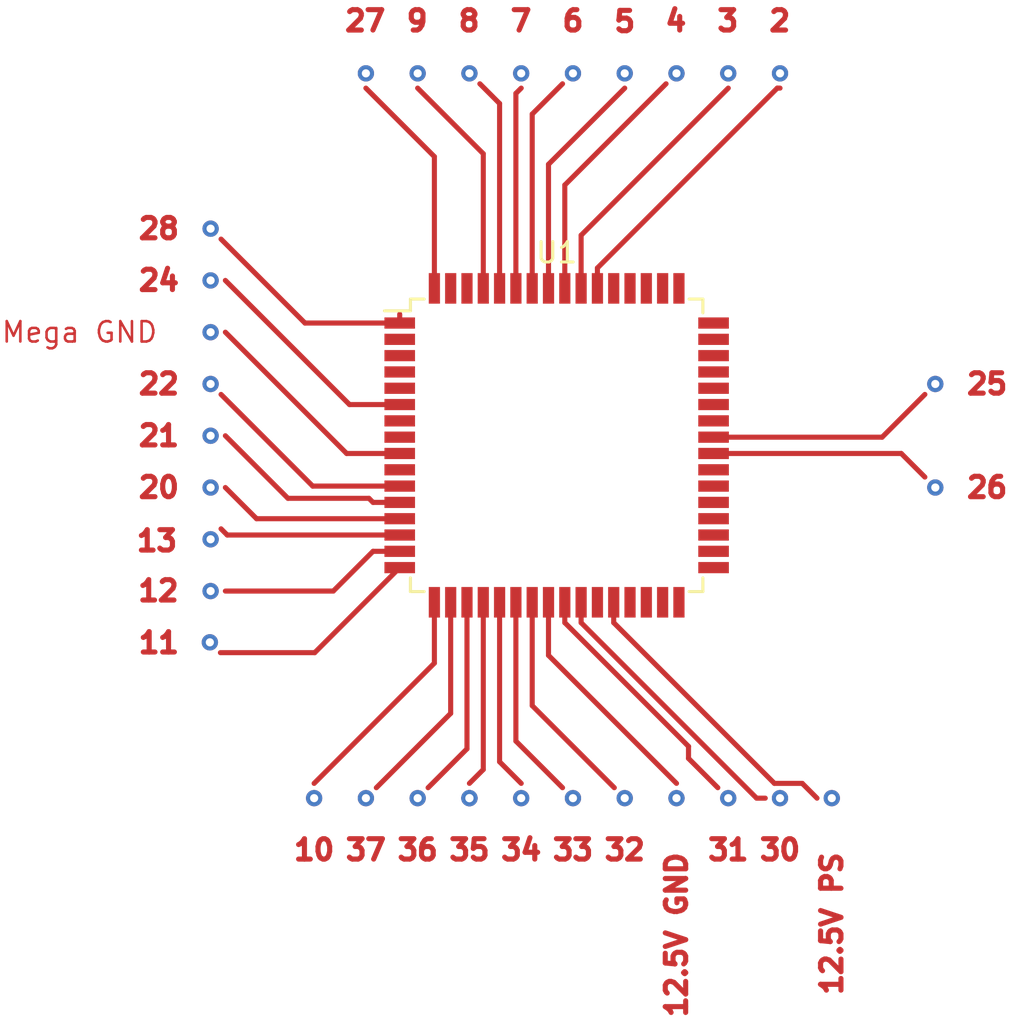
<source format=kicad_pcb>
(kicad_pcb (version 20211014) (generator pcbnew)
  (layers (0 "F.Cu" signal) (31 "B.Cu" signal) (34 "B.Paste" user) (35 "F.Paste" user) (36 "B.SilkS" user "B.Silkscreen") (37 "F.SilkS" user "F.Silkscreen") (38 "B.Mask" user) (39 "F.Mask" user) (44 "Edge.Cuts" user))
  (net 0 "")
  (net 1 "unconnected-(U1-Pad1)")
  (net 6 "unconnected-(U1-Pad6)")
  (net 9 "unconnected-(U1-Pad9)")
  (net 11 "unconnected-(U1-Pad11)")
  (net 12 "unconnected-(U1-Pad12)")
  (net 13 "unconnected-(U1-Pad13)")
  (net 14 "unconnected-(U1-Pad14)")
  (net 15 "unconnected-(U1-Pad15)")
  (net 16 "unconnected-(U1-Pad16)")
  (net 17 "unconnected-(U1-Pad17)")
  (net 18 "unconnected-(U1-Pad18)")
  (net 19 "unconnected-(U1-Pad19)")
  (net 20 "unconnected-(U1-Pad20)")
  (net 21 "unconnected-(U1-Pad21)")
  (net 22 "unconnected-(U1-Pad22)")
  (net 23 "unconnected-(U1-Pad23)")
  (net 24 "unconnected-(U1-Pad24)")
  (net 25 "unconnected-(U1-Pad25)")
  (net 26 "unconnected-(U1-Pad26)")
  (net 28 "unconnected-(U1-Pad28)")
  (net 40 "unconnected-(U1-Pad40)")
  (net 41 "unconnected-(U1-Pad41)")
  (net 54 "unconnected-(U1-Pad54)")
  (net 55 "unconnected-(U1-Pad55)")
  (net 56 "unconnected-(U1-Pad56)")
  (net 57 "unconnected-(U1-Pad57)")
  (net 58 "unconnected-(U1-Pad58)")
  (net 59 "unconnected-(U1-Pad59)")
  (net 60 "unconnected-(U1-Pad60)")
  (net 61 "unconnected-(U1-Pad61)")
  (net 64 "unconnected-(U1-Pad64)")
  (footprint "Package_QFP:TQFP-64_14x14mm_P0.8mm" (layer "F.Cu") (at 227.8 173.19)
    (fp_text reference "U1" (at 0 -9.45) (layer "F.SilkS"))
    (fp_text value "upd78214-64p-qfp")
    (fp_line (start -7.175 7.175) (end -6.5 7.175) (layer "F.SilkS") (width 0.15))
    (fp_line (start 7.175 -7.175) (end 6.5 -7.175) (layer "F.SilkS") (width 0.15))
    (fp_line (start -7.175 -7.175) (end -7.175 -6.6) (layer "F.SilkS") (width 0.15))
    (fp_line (start 7.175 7.175) (end 6.5 7.175) (layer "F.SilkS") (width 0.15))
    (fp_line (start 7.175 -7.175) (end 7.175 -6.5) (layer "F.SilkS") (width 0.15))
    (fp_line (start -7.175 7.175) (end -7.175 6.5) (layer "F.SilkS") (width 0.15))
    (fp_line (start 7.175 7.175) (end 7.175 6.5) (layer "F.SilkS") (width 0.15))
    (fp_line (start -7.175 -7.175) (end -6.5 -7.175) (layer "F.SilkS") (width 0.15))
    (fp_line (start -7.175 -6.6) (end -8.45 -6.6) (layer "F.SilkS") (width 0.15))
    (pad "1" smd rect (at -7.7 -6) (size 1.5 0.55) (layers "F.Cu" "F.Paste" "F.Mask") (net 1 "unconnected-(U1-Pad1)"))
    (pad "2" smd rect (at -7.7 -5.2) (size 1.5 0.55) (layers "F.Cu" "F.Paste" "F.Mask"))
    (pad "3" smd rect (at -7.7 -4.4) (size 1.5 0.55) (layers "F.Cu" "F.Paste" "F.Mask"))
    (pad "4" smd rect (at -7.7 -3.6) (size 1.5 0.55) (layers "F.Cu" "F.Paste" "F.Mask"))
    (pad "5" smd rect (at -7.7 -2.8) (size 1.5 0.55) (layers "F.Cu" "F.Paste" "F.Mask"))
    (pad "6" smd rect (at -7.7 -2) (size 1.5 0.55) (layers "F.Cu" "F.Paste" "F.Mask") (net 6 "unconnected-(U1-Pad6)"))
    (pad "7" smd rect (at -7.7 -1.2) (size 1.5 0.55) (layers "F.Cu" "F.Paste" "F.Mask"))
    (pad "8" smd rect (at -7.7 -0.4) (size 1.5 0.55) (layers "F.Cu" "F.Paste" "F.Mask"))
    (pad "9" smd rect (at -7.7 0.4) (size 1.5 0.55) (layers "F.Cu" "F.Paste" "F.Mask") (net 9 "unconnected-(U1-Pad9)"))
    (pad "10" smd rect (at -7.7 1.2) (size 1.5 0.55) (layers "F.Cu" "F.Paste" "F.Mask"))
    (pad "11" smd rect (at -7.7 2) (size 1.5 0.55) (layers "F.Cu" "F.Paste" "F.Mask") (net 11 "unconnected-(U1-Pad11)"))
    (pad "12" smd rect (at -7.7 2.8) (size 1.5 0.55) (layers "F.Cu" "F.Paste" "F.Mask") (net 12 "unconnected-(U1-Pad12)"))
    (pad "13" smd rect (at -7.7 3.6) (size 1.5 0.55) (layers "F.Cu" "F.Paste" "F.Mask") (net 13 "unconnected-(U1-Pad13)"))
    (pad "14" smd rect (at -7.7 4.4) (size 1.5 0.55) (layers "F.Cu" "F.Paste" "F.Mask") (net 14 "unconnected-(U1-Pad14)"))
    (pad "15" smd rect (at -7.7 5.2) (size 1.5 0.55) (layers "F.Cu" "F.Paste" "F.Mask") (net 15 "unconnected-(U1-Pad15)"))
    (pad "16" smd rect (at -7.7 6) (size 1.5 0.55) (layers "F.Cu" "F.Paste" "F.Mask") (net 16 "unconnected-(U1-Pad16)"))
    (pad "17" smd rect (at -6 7.7 90) (size 1.5 0.55) (layers "F.Cu" "F.Paste" "F.Mask") (net 17 "unconnected-(U1-Pad17)"))
    (pad "18" smd rect (at -5.2 7.7 90) (size 1.5 0.55) (layers "F.Cu" "F.Paste" "F.Mask") (net 18 "unconnected-(U1-Pad18)"))
    (pad "19" smd rect (at -4.4 7.7 90) (size 1.5 0.55) (layers "F.Cu" "F.Paste" "F.Mask") (net 19 "unconnected-(U1-Pad19)"))
    (pad "20" smd rect (at -3.6 7.7 90) (size 1.5 0.55) (layers "F.Cu" "F.Paste" "F.Mask") (net 20 "unconnected-(U1-Pad20)"))
    (pad "21" smd rect (at -2.8 7.7 90) (size 1.5 0.55) (layers "F.Cu" "F.Paste" "F.Mask") (net 21 "unconnected-(U1-Pad21)"))
    (pad "22" smd rect (at -2 7.7 90) (size 1.5 0.55) (layers "F.Cu" "F.Paste" "F.Mask") (net 22 "unconnected-(U1-Pad22)"))
    (pad "23" smd rect (at -1.2 7.7 90) (size 1.5 0.55) (layers "F.Cu" "F.Paste" "F.Mask") (net 23 "unconnected-(U1-Pad23)"))
    (pad "24" smd rect (at -0.4 7.7 90) (size 1.5 0.55) (layers "F.Cu" "F.Paste" "F.Mask") (net 24 "unconnected-(U1-Pad24)"))
    (pad "25" smd rect (at 0.4 7.7 90) (size 1.5 0.55) (layers "F.Cu" "F.Paste" "F.Mask") (net 25 "unconnected-(U1-Pad25)"))
    (pad "26" smd rect (at 1.2 7.7 90) (size 1.5 0.55) (layers "F.Cu" "F.Paste" "F.Mask") (net 26 "unconnected-(U1-Pad26)"))
    (pad "27" smd rect (at 2 7.7 90) (size 1.5 0.55) (layers "F.Cu" "F.Paste" "F.Mask"))
    (pad "28" smd rect (at 2.8 7.7 90) (size 1.5 0.55) (layers "F.Cu" "F.Paste" "F.Mask") (net 28 "unconnected-(U1-Pad28)"))
    (pad "29" smd rect (at 3.6 7.7 90) (size 1.5 0.55) (layers "F.Cu" "F.Paste" "F.Mask"))
    (pad "30" smd rect (at 4.4 7.7 90) (size 1.5 0.55) (layers "F.Cu" "F.Paste" "F.Mask"))
    (pad "31" smd rect (at 5.2 7.7 90) (size 1.5 0.55) (layers "F.Cu" "F.Paste" "F.Mask"))
    (pad "32" smd rect (at 6 7.7 90) (size 1.5 0.55) (layers "F.Cu" "F.Paste" "F.Mask"))
    (pad "33" smd rect (at 7.7 6) (size 1.5 0.55) (layers "F.Cu" "F.Paste" "F.Mask"))
    (pad "34" smd rect (at 7.7 5.2) (size 1.5 0.55) (layers "F.Cu" "F.Paste" "F.Mask"))
    (pad "35" smd rect (at 7.7 4.4) (size 1.5 0.55) (layers "F.Cu" "F.Paste" "F.Mask"))
    (pad "36" smd rect (at 7.7 3.6) (size 1.5 0.55) (layers "F.Cu" "F.Paste" "F.Mask"))
    (pad "37" smd rect (at 7.7 2.8) (size 1.5 0.55) (layers "F.Cu" "F.Paste" "F.Mask"))
    (pad "38" smd rect (at 7.7 2) (size 1.5 0.55) (layers "F.Cu" "F.Paste" "F.Mask"))
    (pad "39" smd rect (at 7.7 1.2) (size 1.5 0.55) (layers "F.Cu" "F.Paste" "F.Mask"))
    (pad "40" smd rect (at 7.7 0.4) (size 1.5 0.55) (layers "F.Cu" "F.Paste" "F.Mask") (net 40 "unconnected-(U1-Pad40)"))
    (pad "41" smd rect (at 7.7 -0.4) (size 1.5 0.55) (layers "F.Cu" "F.Paste" "F.Mask") (net 41 "unconnected-(U1-Pad41)"))
    (pad "42" smd rect (at 7.7 -1.2) (size 1.5 0.55) (layers "F.Cu" "F.Paste" "F.Mask"))
    (pad "43" smd rect (at 7.7 -2) (size 1.5 0.55) (layers "F.Cu" "F.Paste" "F.Mask"))
    (pad "44" smd rect (at 7.7 -2.8) (size 1.5 0.55) (layers "F.Cu" "F.Paste" "F.Mask"))
    (pad "45" smd rect (at 7.7 -3.6) (size 1.5 0.55) (layers "F.Cu" "F.Paste" "F.Mask"))
    (pad "46" smd rect (at 7.7 -4.4) (size 1.5 0.55) (layers "F.Cu" "F.Paste" "F.Mask"))
    (pad "47" smd rect (at 7.7 -5.2) (size 1.5 0.55) (layers "F.Cu" "F.Paste" "F.Mask"))
    (pad "48" smd rect (at 7.7 -6) (size 1.5 0.55) (layers "F.Cu" "F.Paste" "F.Mask"))
    (pad "49" smd rect (at 6 -7.7 90) (size 1.5 0.55) (layers "F.Cu" "F.Paste" "F.Mask"))
    (pad "50" smd rect (at 5.2 -7.7 90) (size 1.5 0.55) (layers "F.Cu" "F.Paste" "F.Mask"))
    (pad "51" smd rect (at 4.4 -7.7 90) (size 1.5 0.55) (layers "F.Cu" "F.Paste" "F.Mask"))
    (pad "52" smd rect (at 3.6 -7.7 90) (size 1.5 0.55) (layers "F.Cu" "F.Paste" "F.Mask"))
    (pad "53" smd rect (at 2.8 -7.7 90) (size 1.5 0.55) (layers "F.Cu" "F.Paste" "F.Mask"))
    (pad "54" smd rect (at 2 -7.7 90) (size 1.5 0.55) (layers "F.Cu" "F.Paste" "F.Mask") (net 54 "unconnected-(U1-Pad54)"))
    (pad "55" smd rect (at 1.2 -7.7 90) (size 1.5 0.55) (layers "F.Cu" "F.Paste" "F.Mask") (net 55 "unconnected-(U1-Pad55)"))
    (pad "56" smd rect (at 0.4 -7.7 90) (size 1.5 0.55) (layers "F.Cu" "F.Paste" "F.Mask") (net 56 "unconnected-(U1-Pad56)"))
    (pad "57" smd rect (at -0.4 -7.7 90) (size 1.5 0.55) (layers "F.Cu" "F.Paste" "F.Mask") (net 57 "unconnected-(U1-Pad57)"))
    (pad "58" smd rect (at -1.2 -7.7 90) (size 1.5 0.55) (layers "F.Cu" "F.Paste" "F.Mask") (net 58 "unconnected-(U1-Pad58)"))
    (pad "59" smd rect (at -2 -7.7 90) (size 1.5 0.55) (layers "F.Cu" "F.Paste" "F.Mask") (net 59 "unconnected-(U1-Pad59)"))
    (pad "60" smd rect (at -2.8 -7.7 90) (size 1.5 0.55) (layers "F.Cu" "F.Paste" "F.Mask") (net 60 "unconnected-(U1-Pad60)"))
    (pad "61" smd rect (at -3.6 -7.7 90) (size 1.5 0.55) (layers "F.Cu" "F.Paste" "F.Mask") (net 61 "unconnected-(U1-Pad61)"))
    (pad "62" smd rect (at -4.4 -7.7 90) (size 1.5 0.55) (layers "F.Cu" "F.Paste" "F.Mask"))
    (pad "63" smd rect (at -5.2 -7.7 90) (size 1.5 0.55) (layers "F.Cu" "F.Paste" "F.Mask"))
    (pad "64" smd rect (at -6 -7.7 90) (size 1.5 0.55) (layers "F.Cu" "F.Paste" "F.Mask") (net 64 "unconnected-(U1-Pad64)"))
  )
  (gr_text "7" (at 226.051302 152.365208) (layer "F.Cu") (effects (font (size 1 1) (thickness 0.25))))
  (gr_text "33" (at 228.6 193.04) (layer "F.Cu") (effects (font (size 1 1) (thickness 0.25))))
  (gr_text "2" (at 238.744817 152.365208) (layer "F.Cu") (effects (font (size 1 1) (thickness 0.25))))
  (gr_text "27" (at 218.405208 152.365208) (layer "F.Cu") (effects (font (size 1 1) (thickness 0.25))))
  (gr_text "34" (at 226.06 193.04) (layer "F.Cu") (effects (font (size 1 1) (thickness 0.25))))
  (gr_text "4" (at 233.647421 152.365208) (layer "F.Cu") (effects (font (size 1 1) (thickness 0.25))))
  (gr_text "Mega GND" (at 208.28 167.64) (layer "F.Cu") (effects (font (size 1 1) (thickness 0.125)) (justify right)))
  (gr_text "28" (at 208.28 162.56) (layer "F.Cu") (effects (font (size 1 1) (thickness 0.25))))
  (gr_text "25" (at 248.92 170.18) (layer "F.Cu") (effects (font (size 1 1) (thickness 0.25))))
  (gr_text "12.5V GND" (at 233.68 193.04 90) (layer "F.Cu") (effects (font (size 1 1) (thickness 0.25)) (justify right)))
  (gr_text "5" (at 231.14 152.4) (layer "F.Cu") (effects (font (size 1 1) (thickness 0.25))))
  (gr_text "12" (at 208.258917 180.330073) (layer "F.Cu") (effects (font (size 1 1) (thickness 0.25))))
  (gr_text "37" (at 218.44 193.04) (layer "F.Cu") (effects (font (size 1 1) (thickness 0.25))))
  (gr_text "35" (at 223.52 193.04) (layer "F.Cu") (effects (font (size 1 1) (thickness 0.25))))
  (gr_text "6" (at 228.599999 152.365208) (layer "F.Cu") (effects (font (size 1 1) (thickness 0.25))))
  (gr_text "3" (at 236.196119 152.365208) (layer "F.Cu") (effects (font (size 1 1) (thickness 0.25))))
  (gr_text "20" (at 208.28 175.26) (layer "F.Cu") (effects (font (size 1 1) (thickness 0.25))))
  (gr_text "13" (at 208.185743 177.878751) (layer "F.Cu") (effects (font (size 1 1) (thickness 0.25))))
  (gr_text "30" (at 238.76 193.04) (layer "F.Cu") (effects (font (size 1 1) (thickness 0.25))))
  (gr_text "36" (at 220.98 193.04) (layer "F.Cu") (effects (font (size 1 1) (thickness 0.25))))
  (gr_text "12.5V PS" (at 241.3 193.04 90) (layer "F.Cu") (effects (font (size 1 1) (thickness 0.25)) (justify right)))
  (gr_text "21" (at 208.28 172.72) (layer "F.Cu") (effects (font (size 1 1) (thickness 0.25))))
  (gr_text "32" (at 231.14 193.04) (layer "F.Cu") (effects (font (size 1 1) (thickness 0.25))))
  (gr_text "8" (at 223.502604 152.365208) (layer "F.Cu") (effects (font (size 1 1) (thickness 0.25))))
  (gr_text "24" (at 208.28 165.1) (layer "F.Cu") (effects (font (size 1 1) (thickness 0.25))))
  (gr_text "26" (at 248.92 175.26) (layer "F.Cu") (effects (font (size 1 1) (thickness 0.25))))
  (gr_text "10" (at 215.9 193.04) (layer "F.Cu") (effects (font (size 1 1) (thickness 0.25))))
  (gr_text "31" (at 236.22 193.04) (layer "F.Cu") (effects (font (size 1 1) (thickness 0.25))))
  (gr_text "22" (at 208.28 170.18) (layer "F.Cu") (effects (font (size 1 1) (thickness 0.25))))
  (gr_text "11" (at 208.28 182.88) (layer "F.Cu") (effects (font (size 1 1) (thickness 0.25))))
  (gr_text "9" (at 220.953906 152.365208) (layer "F.Cu") (effects (font (size 1 1) (thickness 0.25))))
  (via (at 238.76 154.94) (size 0.8) (drill 0.4) (layers "F.Cu" "B.Cu") (net 0))
  (via (at 238.76 190.5) (size 0.8) (drill 0.4) (layers "F.Cu" "B.Cu") (net 0))
  (via (at 223.52 154.94) (size 0.8) (drill 0.4) (layers "F.Cu" "B.Cu") (net 0))
  (via (at 241.3 190.5) (size 0.8) (drill 0.4) (layers "F.Cu" "B.Cu") (net 0))
  (via (at 210.82 177.8) (size 0.8) (drill 0.4) (layers "F.Cu" "B.Cu") (net 0))
  (via (at 210.82 162.56) (size 0.8) (drill 0.4) (layers "F.Cu" "B.Cu") (net 0))
  (via (at 226.06 190.5) (size 0.8) (drill 0.4) (layers "F.Cu" "B.Cu") (net 0))
  (via (at 228.6 190.5) (size 0.8) (drill 0.4) (layers "F.Cu" "B.Cu") (net 0))
  (via (at 236.22 154.94) (size 0.8) (drill 0.4) (layers "F.Cu" "B.Cu") (net 0))
  (via (at 246.38 170.18) (size 0.8) (drill 0.4) (layers "F.Cu" "B.Cu") (net 0))
  (via (at 246.38 175.26) (size 0.8) (drill 0.4) (layers "F.Cu" "B.Cu") (net 0))
  (via (at 215.9 190.5) (size 0.8) (drill 0.4) (layers "F.Cu" "B.Cu") (net 0))
  (via (at 218.44 154.94) (size 0.8) (drill 0.4) (layers "F.Cu" "B.Cu") (net 0))
  (via (at 220.98 154.94) (size 0.8) (drill 0.4) (layers "F.Cu" "B.Cu") (net 0))
  (via (at 223.52 190.5) (size 0.8) (drill 0.4) (layers "F.Cu" "B.Cu") (net 0))
  (via (at 220.98 190.5) (size 0.8) (drill 0.4) (layers "F.Cu" "B.Cu") (net 0))
  (via (at 226.06 154.94) (size 0.8) (drill 0.4) (layers "F.Cu" "B.Cu") (net 0))
  (via (at 228.6 154.94) (size 0.8) (drill 0.4) (layers "F.Cu" "B.Cu") (net 0))
  (via (at 210.82 175.26) (size 0.8) (drill 0.4) (layers "F.Cu" "B.Cu") (net 0))
  (via (at 231.14 154.94) (size 0.8) (drill 0.4) (layers "F.Cu" "B.Cu") (net 0))
  (via (at 223.52 190.5) (size 0.8) (drill 0.4) (layers "F.Cu" "B.Cu") (net 0))
  (via (at 236.22 190.5) (size 0.8) (drill 0.4) (layers "F.Cu" "B.Cu") (net 0))
  (via (at 210.82 170.18) (size 0.8) (drill 0.4) (layers "F.Cu" "B.Cu") (net 0))
  (via (at 210.82 167.64) (size 0.8) (drill 0.4) (layers "F.Cu" "B.Cu") (net 0))
  (via (at 210.783413 182.854568) (size 0.8) (drill 0.4) (layers "F.Cu" "B.Cu") (net 0))
  (via (at 210.82 172.72) (size 0.8) (drill 0.4) (layers "F.Cu" "B.Cu") (net 0))
  (via (at 233.68 154.94) (size 0.8) (drill 0.4) (layers "F.Cu" "B.Cu") (net 0))
  (via (at 210.82 165.1) (size 0.8) (drill 0.4) (layers "F.Cu" "B.Cu") (net 0))
  (via (at 233.68 190.5) (size 0.8) (drill 0.4) (layers "F.Cu" "B.Cu") (net 0))
  (via (at 218.44 190.5) (size 0.8) (drill 0.4) (layers "F.Cu" "B.Cu") (net 0))
  (via (at 231.14 190.5) (size 0.8) (drill 0.4) (layers "F.Cu" "B.Cu") (net 0))
  (via (at 210.82 180.34) (size 0.8) (drill 0.4) (layers "F.Cu" "B.Cu") (net 0))
  (segment (start 220.1 167.19) (end 215.45 167.19) (width 0.25) (layer "F.Cu") (net 1))
  (segment (start 215.45 167.19) (end 211.332652 163.072652) (width 0.25) (layer "F.Cu") (net 1))
  (segment (start 220.1 167.19) (end 220.1 166.76) (width 0.25) (layer "F.Cu") (net 1))
  (segment (start 220.1 171.19) (end 217.635 171.19) (width 0.25) (layer "F.Cu") (net 6))
  (segment (start 217.635 171.19) (end 211.545 165.1) (width 0.25) (layer "F.Cu") (net 6))
  (segment (start 217.495 173.59) (end 211.545 167.64) (width 0.25) (layer "F.Cu") (net 9))
  (segment (start 220.1 173.59) (end 217.495 173.59) (width 0.25) (layer "F.Cu") (net 9))
  (segment (start 215.83 175.19) (end 211.332652 170.692652) (width 0.25) (layer "F.Cu") (net 11))
  (segment (start 220.1 175.19) (end 215.83 175.19) (width 0.25) (layer "F.Cu") (net 11))
  (segment (start 220.1 175.99) (end 218.79 175.99) (width 0.25) (layer "F.Cu") (net 12))
  (segment (start 214.615 175.79) (end 211.545 172.72) (width 0.25) (layer "F.Cu") (net 12))
  (segment (start 218.59 175.79) (end 214.615 175.79) (width 0.25) (layer "F.Cu") (net 12))
  (segment (start 218.79 175.99) (end 218.59 175.79) (width 0.25) (layer "F.Cu") (net 12))
  (segment (start 213.075 176.79) (end 211.545 175.26) (width 0.25) (layer "F.Cu") (net 13))
  (segment (start 220.1 176.79) (end 213.075 176.79) (width 0.25) (layer "F.Cu") (net 13))
  (segment (start 220.1 177.59) (end 211.635305 177.59) (width 0.25) (layer "F.Cu") (net 14))
  (segment (start 211.635305 177.59) (end 211.332652 177.287347) (width 0.25) (layer "F.Cu") (net 14))
  (segment (start 220.1 178.39) (end 218.79 178.39) (width 0.25) (layer "F.Cu") (net 15))
  (segment (start 218.79 178.39) (end 216.84 180.34) (width 0.25) (layer "F.Cu") (net 15))
  (segment (start 216.84 180.34) (end 211.545 180.34) (width 0.25) (layer "F.Cu") (net 15))
  (segment (start 220.1 179.19) (end 215.928357 183.361643) (width 0.25) (layer "F.Cu") (net 16))
  (segment (start 215.928357 183.361643) (end 211.301643 183.361643) (width 0.25) (layer "F.Cu") (net 16))
  (segment (start 221.8 180.89) (end 221.8 183.875) (width 0.25) (layer "F.Cu") (net 17))
  (segment (start 221.8 183.875) (end 215.9 189.775) (width 0.25) (layer "F.Cu") (net 17))
  (segment (start 222.6 180.89) (end 222.6 186.34) (width 0.25) (layer "F.Cu") (net 18))
  (segment (start 222.6 186.34) (end 218.952652 189.987348) (width 0.25) (layer "F.Cu") (net 18))
  (segment (start 223.4 188.08) (end 221.492652 189.987348) (width 0.25) (layer "F.Cu") (net 19))
  (segment (start 223.4 180.89) (end 223.4 188.08) (width 0.25) (layer "F.Cu") (net 19))
  (segment (start 224.2 189.095) (end 223.52 189.775) (width 0.25) (layer "F.Cu") (net 20))
  (segment (start 224.2 180.89) (end 224.2 189.095) (width 0.25) (layer "F.Cu") (net 20))
  (segment (start 225 188.715) (end 226.06 189.775) (width 0.25) (layer "F.Cu") (net 21))
  (segment (start 225 180.89) (end 225 188.715) (width 0.25) (layer "F.Cu") (net 21))
  (segment (start 225.8 180.89) (end 225.8 187.7) (width 0.25) (layer "F.Cu") (net 22))
  (segment (start 225.8 187.7) (end 228.087348 189.987348) (width 0.25) (layer "F.Cu") (net 22))
  (segment (start 226.6 180.89) (end 226.6 185.96) (width 0.25) (layer "F.Cu") (net 23))
  (segment (start 226.6 185.96) (end 230.627348 189.987348) (width 0.25) (layer "F.Cu") (net 23))
  (segment (start 227.4 183.495) (end 233.68 189.775) (width 0.25) (layer "F.Cu") (net 24))
  (segment (start 227.4 180.89) (end 227.4 183.495) (width 0.25) (layer "F.Cu") (net 24))
  (segment (start 234.27 187.96) (end 234.27 188.55) (width 0.25) (layer "F.Cu") (net 25))
  (segment (start 234.27 188.55) (end 235.707348 189.987348) (width 0.25) (layer "F.Cu") (net 25))
  (segment (start 228.2 181.89) (end 234.27 187.96) (width 0.25) (layer "F.Cu") (net 25))
  (segment (start 228.2 180.89) (end 228.2 181.89) (width 0.25) (layer "F.Cu") (net 25))
  (segment (start 229 181.89) (end 237.61 190.5) (width 0.25) (layer "F.Cu") (net 26))
  (segment (start 237.61 190.5) (end 238.035 190.5) (width 0.25) (layer "F.Cu") (net 26))
  (segment (start 229 180.89) (end 229 181.89) (width 0.25) (layer "F.Cu") (net 26))
  (segment (start 239.85 189.775) (end 240.575 190.5) (width 0.25) (layer "F.Cu") (net 28))
  (segment (start 238.485 189.775) (end 239.85 189.775) (width 0.25) (layer "F.Cu") (net 28))
  (segment (start 230.6 181.89) (end 238.485 189.775) (width 0.25) (layer "F.Cu") (net 28))
  (segment (start 230.6 180.89) (end 230.6 181.89) (width 0.25) (layer "F.Cu") (net 28))
  (segment (start 235.5 173.59) (end 244.71 173.59) (width 0.25) (layer "F.Cu") (net 40))
  (segment (start 244.71 173.59) (end 245.867348 174.747348) (width 0.25) (layer "F.Cu") (net 40))
  (segment (start 235.5 172.79) (end 243.77 172.79) (width 0.25) (layer "F.Cu") (net 41))
  (segment (start 243.77 172.79) (end 245.867348 170.692652) (width 0.25) (layer "F.Cu") (net 41))
  (segment (start 238.625 155.665) (end 238.76 155.665) (width 0.25) (layer "F.Cu") (net 54))
  (segment (start 229.8 165.49) (end 229.8 164.49) (width 0.25) (layer "F.Cu") (net 54))
  (segment (start 229.8 164.49) (end 238.625 155.665) (width 0.25) (layer "F.Cu") (net 54))
  (segment (start 229 162.885) (end 236.22 155.665) (width 0.25) (layer "F.Cu") (net 55))
  (segment (start 229 165.49) (end 229 162.885) (width 0.25) (layer "F.Cu") (net 55))
  (segment (start 228.2 160.42) (end 233.167348 155.452652) (width 0.25) (layer "F.Cu") (net 56))
  (segment (start 228.2 165.49) (end 228.2 160.42) (width 0.25) (layer "F.Cu") (net 56))
  (segment (start 227.4 159.405) (end 231.14 155.665) (width 0.25) (layer "F.Cu") (net 57))
  (segment (start 227.4 165.49) (end 227.4 159.405) (width 0.25) (layer "F.Cu") (net 57))
  (segment (start 226.6 165.49) (end 226.6 156.94) (width 0.25) (layer "F.Cu") (net 58))
  (segment (start 226.6 156.94) (end 228.087348 155.452652) (width 0.25) (layer "F.Cu") (net 58))
  (segment (start 225.8 155.925) (end 226.06 155.665) (width 0.25) (layer "F.Cu") (net 59))
  (segment (start 225.8 165.49) (end 225.8 155.925) (width 0.25) (layer "F.Cu") (net 59))
  (segment (start 225 156.42) (end 224.032652 155.452652) (width 0.25) (layer "F.Cu") (net 60))
  (segment (start 225 165.49) (end 225 156.42) (width 0.25) (layer "F.Cu") (net 60))
  (segment (start 224.2 165.49) (end 224.2 158.885) (width 0.25) (layer "F.Cu") (net 61))
  (segment (start 224.2 158.885) (end 220.98 155.665) (width 0.25) (layer "F.Cu") (net 61))
  (segment (start 221.8 159.025) (end 218.44 155.665) (width 0.25) (layer "F.Cu") (net 64))
  (segment (start 221.8 165.49) (end 221.8 159.025) (width 0.25) (layer "F.Cu") (net 64))
)
</source>
